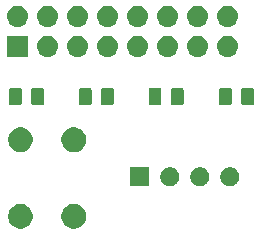
<source format=gbr>
G04 #@! TF.GenerationSoftware,KiCad,Pcbnew,(5.1.2)-1*
G04 #@! TF.CreationDate,2019-04-29T10:05:08+02:00*
G04 #@! TF.ProjectId,RPI FS HAT,52504920-4653-4204-9841-542e6b696361,1*
G04 #@! TF.SameCoordinates,Original*
G04 #@! TF.FileFunction,Soldermask,Top*
G04 #@! TF.FilePolarity,Negative*
%FSLAX46Y46*%
G04 Gerber Fmt 4.6, Leading zero omitted, Abs format (unit mm)*
G04 Created by KiCad (PCBNEW (5.1.2)-1) date 2019-04-29 10:05:08*
%MOMM*%
%LPD*%
G04 APERTURE LIST*
%ADD10C,0.100000*%
G04 APERTURE END LIST*
D10*
G36*
X184257564Y-72186889D02*
G01*
X184448833Y-72266115D01*
X184448835Y-72266116D01*
X184620973Y-72381135D01*
X184767365Y-72527527D01*
X184882385Y-72699667D01*
X184961611Y-72890936D01*
X185002000Y-73093984D01*
X185002000Y-73301016D01*
X184961611Y-73504064D01*
X184882385Y-73695333D01*
X184882384Y-73695335D01*
X184767365Y-73867473D01*
X184620973Y-74013865D01*
X184448835Y-74128884D01*
X184448834Y-74128885D01*
X184448833Y-74128885D01*
X184257564Y-74208111D01*
X184054516Y-74248500D01*
X183847484Y-74248500D01*
X183644436Y-74208111D01*
X183453167Y-74128885D01*
X183453166Y-74128885D01*
X183453165Y-74128884D01*
X183281027Y-74013865D01*
X183134635Y-73867473D01*
X183019616Y-73695335D01*
X183019615Y-73695333D01*
X182940389Y-73504064D01*
X182900000Y-73301016D01*
X182900000Y-73093984D01*
X182940389Y-72890936D01*
X183019615Y-72699667D01*
X183134635Y-72527527D01*
X183281027Y-72381135D01*
X183453165Y-72266116D01*
X183453167Y-72266115D01*
X183644436Y-72186889D01*
X183847484Y-72146500D01*
X184054516Y-72146500D01*
X184257564Y-72186889D01*
X184257564Y-72186889D01*
G37*
G36*
X179757564Y-72186889D02*
G01*
X179948833Y-72266115D01*
X179948835Y-72266116D01*
X180120973Y-72381135D01*
X180267365Y-72527527D01*
X180382385Y-72699667D01*
X180461611Y-72890936D01*
X180502000Y-73093984D01*
X180502000Y-73301016D01*
X180461611Y-73504064D01*
X180382385Y-73695333D01*
X180382384Y-73695335D01*
X180267365Y-73867473D01*
X180120973Y-74013865D01*
X179948835Y-74128884D01*
X179948834Y-74128885D01*
X179948833Y-74128885D01*
X179757564Y-74208111D01*
X179554516Y-74248500D01*
X179347484Y-74248500D01*
X179144436Y-74208111D01*
X178953167Y-74128885D01*
X178953166Y-74128885D01*
X178953165Y-74128884D01*
X178781027Y-74013865D01*
X178634635Y-73867473D01*
X178519616Y-73695335D01*
X178519615Y-73695333D01*
X178440389Y-73504064D01*
X178400000Y-73301016D01*
X178400000Y-73093984D01*
X178440389Y-72890936D01*
X178519615Y-72699667D01*
X178634635Y-72527527D01*
X178781027Y-72381135D01*
X178953165Y-72266116D01*
X178953167Y-72266115D01*
X179144436Y-72186889D01*
X179347484Y-72146500D01*
X179554516Y-72146500D01*
X179757564Y-72186889D01*
X179757564Y-72186889D01*
G37*
G36*
X197401142Y-69079781D02*
G01*
X197546914Y-69140162D01*
X197546916Y-69140163D01*
X197678108Y-69227822D01*
X197789678Y-69339392D01*
X197877337Y-69470584D01*
X197877338Y-69470586D01*
X197937719Y-69616358D01*
X197968500Y-69771107D01*
X197968500Y-69928893D01*
X197937719Y-70083642D01*
X197877338Y-70229414D01*
X197877337Y-70229416D01*
X197789678Y-70360608D01*
X197678108Y-70472178D01*
X197546916Y-70559837D01*
X197546915Y-70559838D01*
X197546914Y-70559838D01*
X197401142Y-70620219D01*
X197246393Y-70651000D01*
X197088607Y-70651000D01*
X196933858Y-70620219D01*
X196788086Y-70559838D01*
X196788085Y-70559838D01*
X196788084Y-70559837D01*
X196656892Y-70472178D01*
X196545322Y-70360608D01*
X196457663Y-70229416D01*
X196457662Y-70229414D01*
X196397281Y-70083642D01*
X196366500Y-69928893D01*
X196366500Y-69771107D01*
X196397281Y-69616358D01*
X196457662Y-69470586D01*
X196457663Y-69470584D01*
X196545322Y-69339392D01*
X196656892Y-69227822D01*
X196788084Y-69140163D01*
X196788086Y-69140162D01*
X196933858Y-69079781D01*
X197088607Y-69049000D01*
X197246393Y-69049000D01*
X197401142Y-69079781D01*
X197401142Y-69079781D01*
G37*
G36*
X194861142Y-69079781D02*
G01*
X195006914Y-69140162D01*
X195006916Y-69140163D01*
X195138108Y-69227822D01*
X195249678Y-69339392D01*
X195337337Y-69470584D01*
X195337338Y-69470586D01*
X195397719Y-69616358D01*
X195428500Y-69771107D01*
X195428500Y-69928893D01*
X195397719Y-70083642D01*
X195337338Y-70229414D01*
X195337337Y-70229416D01*
X195249678Y-70360608D01*
X195138108Y-70472178D01*
X195006916Y-70559837D01*
X195006915Y-70559838D01*
X195006914Y-70559838D01*
X194861142Y-70620219D01*
X194706393Y-70651000D01*
X194548607Y-70651000D01*
X194393858Y-70620219D01*
X194248086Y-70559838D01*
X194248085Y-70559838D01*
X194248084Y-70559837D01*
X194116892Y-70472178D01*
X194005322Y-70360608D01*
X193917663Y-70229416D01*
X193917662Y-70229414D01*
X193857281Y-70083642D01*
X193826500Y-69928893D01*
X193826500Y-69771107D01*
X193857281Y-69616358D01*
X193917662Y-69470586D01*
X193917663Y-69470584D01*
X194005322Y-69339392D01*
X194116892Y-69227822D01*
X194248084Y-69140163D01*
X194248086Y-69140162D01*
X194393858Y-69079781D01*
X194548607Y-69049000D01*
X194706393Y-69049000D01*
X194861142Y-69079781D01*
X194861142Y-69079781D01*
G37*
G36*
X192321142Y-69079781D02*
G01*
X192466914Y-69140162D01*
X192466916Y-69140163D01*
X192598108Y-69227822D01*
X192709678Y-69339392D01*
X192797337Y-69470584D01*
X192797338Y-69470586D01*
X192857719Y-69616358D01*
X192888500Y-69771107D01*
X192888500Y-69928893D01*
X192857719Y-70083642D01*
X192797338Y-70229414D01*
X192797337Y-70229416D01*
X192709678Y-70360608D01*
X192598108Y-70472178D01*
X192466916Y-70559837D01*
X192466915Y-70559838D01*
X192466914Y-70559838D01*
X192321142Y-70620219D01*
X192166393Y-70651000D01*
X192008607Y-70651000D01*
X191853858Y-70620219D01*
X191708086Y-70559838D01*
X191708085Y-70559838D01*
X191708084Y-70559837D01*
X191576892Y-70472178D01*
X191465322Y-70360608D01*
X191377663Y-70229416D01*
X191377662Y-70229414D01*
X191317281Y-70083642D01*
X191286500Y-69928893D01*
X191286500Y-69771107D01*
X191317281Y-69616358D01*
X191377662Y-69470586D01*
X191377663Y-69470584D01*
X191465322Y-69339392D01*
X191576892Y-69227822D01*
X191708084Y-69140163D01*
X191708086Y-69140162D01*
X191853858Y-69079781D01*
X192008607Y-69049000D01*
X192166393Y-69049000D01*
X192321142Y-69079781D01*
X192321142Y-69079781D01*
G37*
G36*
X190348500Y-70651000D02*
G01*
X188746500Y-70651000D01*
X188746500Y-69049000D01*
X190348500Y-69049000D01*
X190348500Y-70651000D01*
X190348500Y-70651000D01*
G37*
G36*
X179757564Y-65686889D02*
G01*
X179948833Y-65766115D01*
X179948835Y-65766116D01*
X180120973Y-65881135D01*
X180267365Y-66027527D01*
X180382385Y-66199667D01*
X180461611Y-66390936D01*
X180502000Y-66593984D01*
X180502000Y-66801016D01*
X180461611Y-67004064D01*
X180382385Y-67195333D01*
X180382384Y-67195335D01*
X180267365Y-67367473D01*
X180120973Y-67513865D01*
X179948835Y-67628884D01*
X179948834Y-67628885D01*
X179948833Y-67628885D01*
X179757564Y-67708111D01*
X179554516Y-67748500D01*
X179347484Y-67748500D01*
X179144436Y-67708111D01*
X178953167Y-67628885D01*
X178953166Y-67628885D01*
X178953165Y-67628884D01*
X178781027Y-67513865D01*
X178634635Y-67367473D01*
X178519616Y-67195335D01*
X178519615Y-67195333D01*
X178440389Y-67004064D01*
X178400000Y-66801016D01*
X178400000Y-66593984D01*
X178440389Y-66390936D01*
X178519615Y-66199667D01*
X178634635Y-66027527D01*
X178781027Y-65881135D01*
X178953165Y-65766116D01*
X178953167Y-65766115D01*
X179144436Y-65686889D01*
X179347484Y-65646500D01*
X179554516Y-65646500D01*
X179757564Y-65686889D01*
X179757564Y-65686889D01*
G37*
G36*
X184257564Y-65686889D02*
G01*
X184448833Y-65766115D01*
X184448835Y-65766116D01*
X184620973Y-65881135D01*
X184767365Y-66027527D01*
X184882385Y-66199667D01*
X184961611Y-66390936D01*
X185002000Y-66593984D01*
X185002000Y-66801016D01*
X184961611Y-67004064D01*
X184882385Y-67195333D01*
X184882384Y-67195335D01*
X184767365Y-67367473D01*
X184620973Y-67513865D01*
X184448835Y-67628884D01*
X184448834Y-67628885D01*
X184448833Y-67628885D01*
X184257564Y-67708111D01*
X184054516Y-67748500D01*
X183847484Y-67748500D01*
X183644436Y-67708111D01*
X183453167Y-67628885D01*
X183453166Y-67628885D01*
X183453165Y-67628884D01*
X183281027Y-67513865D01*
X183134635Y-67367473D01*
X183019616Y-67195335D01*
X183019615Y-67195333D01*
X182940389Y-67004064D01*
X182900000Y-66801016D01*
X182900000Y-66593984D01*
X182940389Y-66390936D01*
X183019615Y-66199667D01*
X183134635Y-66027527D01*
X183281027Y-65881135D01*
X183453165Y-65766116D01*
X183453167Y-65766115D01*
X183644436Y-65686889D01*
X183847484Y-65646500D01*
X184054516Y-65646500D01*
X184257564Y-65686889D01*
X184257564Y-65686889D01*
G37*
G36*
X193095134Y-62309065D02*
G01*
X193133804Y-62320796D01*
X193169443Y-62339846D01*
X193200683Y-62365483D01*
X193226320Y-62396723D01*
X193245370Y-62432362D01*
X193257101Y-62471032D01*
X193261666Y-62517388D01*
X193261666Y-63593612D01*
X193257101Y-63639968D01*
X193245370Y-63678638D01*
X193226320Y-63714277D01*
X193200683Y-63745517D01*
X193169443Y-63771154D01*
X193133804Y-63790204D01*
X193095134Y-63801935D01*
X193048778Y-63806500D01*
X192397554Y-63806500D01*
X192351198Y-63801935D01*
X192312528Y-63790204D01*
X192276889Y-63771154D01*
X192245649Y-63745517D01*
X192220012Y-63714277D01*
X192200962Y-63678638D01*
X192189231Y-63639968D01*
X192184666Y-63593612D01*
X192184666Y-62517388D01*
X192189231Y-62471032D01*
X192200962Y-62432362D01*
X192220012Y-62396723D01*
X192245649Y-62365483D01*
X192276889Y-62339846D01*
X192312528Y-62320796D01*
X192351198Y-62309065D01*
X192397554Y-62304500D01*
X193048778Y-62304500D01*
X193095134Y-62309065D01*
X193095134Y-62309065D01*
G37*
G36*
X199048468Y-62309065D02*
G01*
X199087138Y-62320796D01*
X199122777Y-62339846D01*
X199154017Y-62365483D01*
X199179654Y-62396723D01*
X199198704Y-62432362D01*
X199210435Y-62471032D01*
X199215000Y-62517388D01*
X199215000Y-63593612D01*
X199210435Y-63639968D01*
X199198704Y-63678638D01*
X199179654Y-63714277D01*
X199154017Y-63745517D01*
X199122777Y-63771154D01*
X199087138Y-63790204D01*
X199048468Y-63801935D01*
X199002112Y-63806500D01*
X198350888Y-63806500D01*
X198304532Y-63801935D01*
X198265862Y-63790204D01*
X198230223Y-63771154D01*
X198198983Y-63745517D01*
X198173346Y-63714277D01*
X198154296Y-63678638D01*
X198142565Y-63639968D01*
X198138000Y-63593612D01*
X198138000Y-62517388D01*
X198142565Y-62471032D01*
X198154296Y-62432362D01*
X198173346Y-62396723D01*
X198198983Y-62365483D01*
X198230223Y-62339846D01*
X198265862Y-62320796D01*
X198304532Y-62309065D01*
X198350888Y-62304500D01*
X199002112Y-62304500D01*
X199048468Y-62309065D01*
X199048468Y-62309065D01*
G37*
G36*
X179393468Y-62309065D02*
G01*
X179432138Y-62320796D01*
X179467777Y-62339846D01*
X179499017Y-62365483D01*
X179524654Y-62396723D01*
X179543704Y-62432362D01*
X179555435Y-62471032D01*
X179560000Y-62517388D01*
X179560000Y-63593612D01*
X179555435Y-63639968D01*
X179543704Y-63678638D01*
X179524654Y-63714277D01*
X179499017Y-63745517D01*
X179467777Y-63771154D01*
X179432138Y-63790204D01*
X179393468Y-63801935D01*
X179347112Y-63806500D01*
X178695888Y-63806500D01*
X178649532Y-63801935D01*
X178610862Y-63790204D01*
X178575223Y-63771154D01*
X178543983Y-63745517D01*
X178518346Y-63714277D01*
X178499296Y-63678638D01*
X178487565Y-63639968D01*
X178483000Y-63593612D01*
X178483000Y-62517388D01*
X178487565Y-62471032D01*
X178499296Y-62432362D01*
X178518346Y-62396723D01*
X178543983Y-62365483D01*
X178575223Y-62339846D01*
X178610862Y-62320796D01*
X178649532Y-62309065D01*
X178695888Y-62304500D01*
X179347112Y-62304500D01*
X179393468Y-62309065D01*
X179393468Y-62309065D01*
G37*
G36*
X181268468Y-62309065D02*
G01*
X181307138Y-62320796D01*
X181342777Y-62339846D01*
X181374017Y-62365483D01*
X181399654Y-62396723D01*
X181418704Y-62432362D01*
X181430435Y-62471032D01*
X181435000Y-62517388D01*
X181435000Y-63593612D01*
X181430435Y-63639968D01*
X181418704Y-63678638D01*
X181399654Y-63714277D01*
X181374017Y-63745517D01*
X181342777Y-63771154D01*
X181307138Y-63790204D01*
X181268468Y-63801935D01*
X181222112Y-63806500D01*
X180570888Y-63806500D01*
X180524532Y-63801935D01*
X180485862Y-63790204D01*
X180450223Y-63771154D01*
X180418983Y-63745517D01*
X180393346Y-63714277D01*
X180374296Y-63678638D01*
X180362565Y-63639968D01*
X180358000Y-63593612D01*
X180358000Y-62517388D01*
X180362565Y-62471032D01*
X180374296Y-62432362D01*
X180393346Y-62396723D01*
X180418983Y-62365483D01*
X180450223Y-62339846D01*
X180485862Y-62320796D01*
X180524532Y-62309065D01*
X180570888Y-62304500D01*
X181222112Y-62304500D01*
X181268468Y-62309065D01*
X181268468Y-62309065D01*
G37*
G36*
X185306801Y-62309065D02*
G01*
X185345471Y-62320796D01*
X185381110Y-62339846D01*
X185412350Y-62365483D01*
X185437987Y-62396723D01*
X185457037Y-62432362D01*
X185468768Y-62471032D01*
X185473333Y-62517388D01*
X185473333Y-63593612D01*
X185468768Y-63639968D01*
X185457037Y-63678638D01*
X185437987Y-63714277D01*
X185412350Y-63745517D01*
X185381110Y-63771154D01*
X185345471Y-63790204D01*
X185306801Y-63801935D01*
X185260445Y-63806500D01*
X184609221Y-63806500D01*
X184562865Y-63801935D01*
X184524195Y-63790204D01*
X184488556Y-63771154D01*
X184457316Y-63745517D01*
X184431679Y-63714277D01*
X184412629Y-63678638D01*
X184400898Y-63639968D01*
X184396333Y-63593612D01*
X184396333Y-62517388D01*
X184400898Y-62471032D01*
X184412629Y-62432362D01*
X184431679Y-62396723D01*
X184457316Y-62365483D01*
X184488556Y-62339846D01*
X184524195Y-62320796D01*
X184562865Y-62309065D01*
X184609221Y-62304500D01*
X185260445Y-62304500D01*
X185306801Y-62309065D01*
X185306801Y-62309065D01*
G37*
G36*
X187181801Y-62309065D02*
G01*
X187220471Y-62320796D01*
X187256110Y-62339846D01*
X187287350Y-62365483D01*
X187312987Y-62396723D01*
X187332037Y-62432362D01*
X187343768Y-62471032D01*
X187348333Y-62517388D01*
X187348333Y-63593612D01*
X187343768Y-63639968D01*
X187332037Y-63678638D01*
X187312987Y-63714277D01*
X187287350Y-63745517D01*
X187256110Y-63771154D01*
X187220471Y-63790204D01*
X187181801Y-63801935D01*
X187135445Y-63806500D01*
X186484221Y-63806500D01*
X186437865Y-63801935D01*
X186399195Y-63790204D01*
X186363556Y-63771154D01*
X186332316Y-63745517D01*
X186306679Y-63714277D01*
X186287629Y-63678638D01*
X186275898Y-63639968D01*
X186271333Y-63593612D01*
X186271333Y-62517388D01*
X186275898Y-62471032D01*
X186287629Y-62432362D01*
X186306679Y-62396723D01*
X186332316Y-62365483D01*
X186363556Y-62339846D01*
X186399195Y-62320796D01*
X186437865Y-62309065D01*
X186484221Y-62304500D01*
X187135445Y-62304500D01*
X187181801Y-62309065D01*
X187181801Y-62309065D01*
G37*
G36*
X191220134Y-62309065D02*
G01*
X191258804Y-62320796D01*
X191294443Y-62339846D01*
X191325683Y-62365483D01*
X191351320Y-62396723D01*
X191370370Y-62432362D01*
X191382101Y-62471032D01*
X191386666Y-62517388D01*
X191386666Y-63593612D01*
X191382101Y-63639968D01*
X191370370Y-63678638D01*
X191351320Y-63714277D01*
X191325683Y-63745517D01*
X191294443Y-63771154D01*
X191258804Y-63790204D01*
X191220134Y-63801935D01*
X191173778Y-63806500D01*
X190522554Y-63806500D01*
X190476198Y-63801935D01*
X190437528Y-63790204D01*
X190401889Y-63771154D01*
X190370649Y-63745517D01*
X190345012Y-63714277D01*
X190325962Y-63678638D01*
X190314231Y-63639968D01*
X190309666Y-63593612D01*
X190309666Y-62517388D01*
X190314231Y-62471032D01*
X190325962Y-62432362D01*
X190345012Y-62396723D01*
X190370649Y-62365483D01*
X190401889Y-62339846D01*
X190437528Y-62320796D01*
X190476198Y-62309065D01*
X190522554Y-62304500D01*
X191173778Y-62304500D01*
X191220134Y-62309065D01*
X191220134Y-62309065D01*
G37*
G36*
X197173468Y-62309065D02*
G01*
X197212138Y-62320796D01*
X197247777Y-62339846D01*
X197279017Y-62365483D01*
X197304654Y-62396723D01*
X197323704Y-62432362D01*
X197335435Y-62471032D01*
X197340000Y-62517388D01*
X197340000Y-63593612D01*
X197335435Y-63639968D01*
X197323704Y-63678638D01*
X197304654Y-63714277D01*
X197279017Y-63745517D01*
X197247777Y-63771154D01*
X197212138Y-63790204D01*
X197173468Y-63801935D01*
X197127112Y-63806500D01*
X196475888Y-63806500D01*
X196429532Y-63801935D01*
X196390862Y-63790204D01*
X196355223Y-63771154D01*
X196323983Y-63745517D01*
X196298346Y-63714277D01*
X196279296Y-63678638D01*
X196267565Y-63639968D01*
X196263000Y-63593612D01*
X196263000Y-62517388D01*
X196267565Y-62471032D01*
X196279296Y-62432362D01*
X196298346Y-62396723D01*
X196323983Y-62365483D01*
X196355223Y-62339846D01*
X196390862Y-62320796D01*
X196429532Y-62309065D01*
X196475888Y-62304500D01*
X197127112Y-62304500D01*
X197173468Y-62309065D01*
X197173468Y-62309065D01*
G37*
G36*
X194547443Y-57906519D02*
G01*
X194613627Y-57913037D01*
X194783466Y-57964557D01*
X194939991Y-58048222D01*
X194975729Y-58077552D01*
X195077186Y-58160814D01*
X195160448Y-58262271D01*
X195189778Y-58298009D01*
X195273443Y-58454534D01*
X195324963Y-58624373D01*
X195342359Y-58801000D01*
X195324963Y-58977627D01*
X195273443Y-59147466D01*
X195189778Y-59303991D01*
X195160448Y-59339729D01*
X195077186Y-59441186D01*
X194975729Y-59524448D01*
X194939991Y-59553778D01*
X194783466Y-59637443D01*
X194613627Y-59688963D01*
X194547443Y-59695481D01*
X194481260Y-59702000D01*
X194392740Y-59702000D01*
X194326557Y-59695481D01*
X194260373Y-59688963D01*
X194090534Y-59637443D01*
X193934009Y-59553778D01*
X193898271Y-59524448D01*
X193796814Y-59441186D01*
X193713552Y-59339729D01*
X193684222Y-59303991D01*
X193600557Y-59147466D01*
X193549037Y-58977627D01*
X193531641Y-58801000D01*
X193549037Y-58624373D01*
X193600557Y-58454534D01*
X193684222Y-58298009D01*
X193713552Y-58262271D01*
X193796814Y-58160814D01*
X193898271Y-58077552D01*
X193934009Y-58048222D01*
X194090534Y-57964557D01*
X194260373Y-57913037D01*
X194326557Y-57906519D01*
X194392740Y-57900000D01*
X194481260Y-57900000D01*
X194547443Y-57906519D01*
X194547443Y-57906519D01*
G37*
G36*
X180098000Y-59702000D02*
G01*
X178296000Y-59702000D01*
X178296000Y-57900000D01*
X180098000Y-57900000D01*
X180098000Y-59702000D01*
X180098000Y-59702000D01*
G37*
G36*
X189467443Y-57906519D02*
G01*
X189533627Y-57913037D01*
X189703466Y-57964557D01*
X189859991Y-58048222D01*
X189895729Y-58077552D01*
X189997186Y-58160814D01*
X190080448Y-58262271D01*
X190109778Y-58298009D01*
X190193443Y-58454534D01*
X190244963Y-58624373D01*
X190262359Y-58801000D01*
X190244963Y-58977627D01*
X190193443Y-59147466D01*
X190109778Y-59303991D01*
X190080448Y-59339729D01*
X189997186Y-59441186D01*
X189895729Y-59524448D01*
X189859991Y-59553778D01*
X189703466Y-59637443D01*
X189533627Y-59688963D01*
X189467443Y-59695481D01*
X189401260Y-59702000D01*
X189312740Y-59702000D01*
X189246557Y-59695481D01*
X189180373Y-59688963D01*
X189010534Y-59637443D01*
X188854009Y-59553778D01*
X188818271Y-59524448D01*
X188716814Y-59441186D01*
X188633552Y-59339729D01*
X188604222Y-59303991D01*
X188520557Y-59147466D01*
X188469037Y-58977627D01*
X188451641Y-58801000D01*
X188469037Y-58624373D01*
X188520557Y-58454534D01*
X188604222Y-58298009D01*
X188633552Y-58262271D01*
X188716814Y-58160814D01*
X188818271Y-58077552D01*
X188854009Y-58048222D01*
X189010534Y-57964557D01*
X189180373Y-57913037D01*
X189246557Y-57906519D01*
X189312740Y-57900000D01*
X189401260Y-57900000D01*
X189467443Y-57906519D01*
X189467443Y-57906519D01*
G37*
G36*
X186927443Y-57906519D02*
G01*
X186993627Y-57913037D01*
X187163466Y-57964557D01*
X187319991Y-58048222D01*
X187355729Y-58077552D01*
X187457186Y-58160814D01*
X187540448Y-58262271D01*
X187569778Y-58298009D01*
X187653443Y-58454534D01*
X187704963Y-58624373D01*
X187722359Y-58801000D01*
X187704963Y-58977627D01*
X187653443Y-59147466D01*
X187569778Y-59303991D01*
X187540448Y-59339729D01*
X187457186Y-59441186D01*
X187355729Y-59524448D01*
X187319991Y-59553778D01*
X187163466Y-59637443D01*
X186993627Y-59688963D01*
X186927443Y-59695481D01*
X186861260Y-59702000D01*
X186772740Y-59702000D01*
X186706557Y-59695481D01*
X186640373Y-59688963D01*
X186470534Y-59637443D01*
X186314009Y-59553778D01*
X186278271Y-59524448D01*
X186176814Y-59441186D01*
X186093552Y-59339729D01*
X186064222Y-59303991D01*
X185980557Y-59147466D01*
X185929037Y-58977627D01*
X185911641Y-58801000D01*
X185929037Y-58624373D01*
X185980557Y-58454534D01*
X186064222Y-58298009D01*
X186093552Y-58262271D01*
X186176814Y-58160814D01*
X186278271Y-58077552D01*
X186314009Y-58048222D01*
X186470534Y-57964557D01*
X186640373Y-57913037D01*
X186706557Y-57906519D01*
X186772740Y-57900000D01*
X186861260Y-57900000D01*
X186927443Y-57906519D01*
X186927443Y-57906519D01*
G37*
G36*
X184387443Y-57906519D02*
G01*
X184453627Y-57913037D01*
X184623466Y-57964557D01*
X184779991Y-58048222D01*
X184815729Y-58077552D01*
X184917186Y-58160814D01*
X185000448Y-58262271D01*
X185029778Y-58298009D01*
X185113443Y-58454534D01*
X185164963Y-58624373D01*
X185182359Y-58801000D01*
X185164963Y-58977627D01*
X185113443Y-59147466D01*
X185029778Y-59303991D01*
X185000448Y-59339729D01*
X184917186Y-59441186D01*
X184815729Y-59524448D01*
X184779991Y-59553778D01*
X184623466Y-59637443D01*
X184453627Y-59688963D01*
X184387443Y-59695481D01*
X184321260Y-59702000D01*
X184232740Y-59702000D01*
X184166557Y-59695481D01*
X184100373Y-59688963D01*
X183930534Y-59637443D01*
X183774009Y-59553778D01*
X183738271Y-59524448D01*
X183636814Y-59441186D01*
X183553552Y-59339729D01*
X183524222Y-59303991D01*
X183440557Y-59147466D01*
X183389037Y-58977627D01*
X183371641Y-58801000D01*
X183389037Y-58624373D01*
X183440557Y-58454534D01*
X183524222Y-58298009D01*
X183553552Y-58262271D01*
X183636814Y-58160814D01*
X183738271Y-58077552D01*
X183774009Y-58048222D01*
X183930534Y-57964557D01*
X184100373Y-57913037D01*
X184166557Y-57906519D01*
X184232740Y-57900000D01*
X184321260Y-57900000D01*
X184387443Y-57906519D01*
X184387443Y-57906519D01*
G37*
G36*
X181847443Y-57906519D02*
G01*
X181913627Y-57913037D01*
X182083466Y-57964557D01*
X182239991Y-58048222D01*
X182275729Y-58077552D01*
X182377186Y-58160814D01*
X182460448Y-58262271D01*
X182489778Y-58298009D01*
X182573443Y-58454534D01*
X182624963Y-58624373D01*
X182642359Y-58801000D01*
X182624963Y-58977627D01*
X182573443Y-59147466D01*
X182489778Y-59303991D01*
X182460448Y-59339729D01*
X182377186Y-59441186D01*
X182275729Y-59524448D01*
X182239991Y-59553778D01*
X182083466Y-59637443D01*
X181913627Y-59688963D01*
X181847443Y-59695481D01*
X181781260Y-59702000D01*
X181692740Y-59702000D01*
X181626557Y-59695481D01*
X181560373Y-59688963D01*
X181390534Y-59637443D01*
X181234009Y-59553778D01*
X181198271Y-59524448D01*
X181096814Y-59441186D01*
X181013552Y-59339729D01*
X180984222Y-59303991D01*
X180900557Y-59147466D01*
X180849037Y-58977627D01*
X180831641Y-58801000D01*
X180849037Y-58624373D01*
X180900557Y-58454534D01*
X180984222Y-58298009D01*
X181013552Y-58262271D01*
X181096814Y-58160814D01*
X181198271Y-58077552D01*
X181234009Y-58048222D01*
X181390534Y-57964557D01*
X181560373Y-57913037D01*
X181626557Y-57906519D01*
X181692740Y-57900000D01*
X181781260Y-57900000D01*
X181847443Y-57906519D01*
X181847443Y-57906519D01*
G37*
G36*
X197087443Y-57906519D02*
G01*
X197153627Y-57913037D01*
X197323466Y-57964557D01*
X197479991Y-58048222D01*
X197515729Y-58077552D01*
X197617186Y-58160814D01*
X197700448Y-58262271D01*
X197729778Y-58298009D01*
X197813443Y-58454534D01*
X197864963Y-58624373D01*
X197882359Y-58801000D01*
X197864963Y-58977627D01*
X197813443Y-59147466D01*
X197729778Y-59303991D01*
X197700448Y-59339729D01*
X197617186Y-59441186D01*
X197515729Y-59524448D01*
X197479991Y-59553778D01*
X197323466Y-59637443D01*
X197153627Y-59688963D01*
X197087443Y-59695481D01*
X197021260Y-59702000D01*
X196932740Y-59702000D01*
X196866557Y-59695481D01*
X196800373Y-59688963D01*
X196630534Y-59637443D01*
X196474009Y-59553778D01*
X196438271Y-59524448D01*
X196336814Y-59441186D01*
X196253552Y-59339729D01*
X196224222Y-59303991D01*
X196140557Y-59147466D01*
X196089037Y-58977627D01*
X196071641Y-58801000D01*
X196089037Y-58624373D01*
X196140557Y-58454534D01*
X196224222Y-58298009D01*
X196253552Y-58262271D01*
X196336814Y-58160814D01*
X196438271Y-58077552D01*
X196474009Y-58048222D01*
X196630534Y-57964557D01*
X196800373Y-57913037D01*
X196866557Y-57906519D01*
X196932740Y-57900000D01*
X197021260Y-57900000D01*
X197087443Y-57906519D01*
X197087443Y-57906519D01*
G37*
G36*
X192007443Y-57906519D02*
G01*
X192073627Y-57913037D01*
X192243466Y-57964557D01*
X192399991Y-58048222D01*
X192435729Y-58077552D01*
X192537186Y-58160814D01*
X192620448Y-58262271D01*
X192649778Y-58298009D01*
X192733443Y-58454534D01*
X192784963Y-58624373D01*
X192802359Y-58801000D01*
X192784963Y-58977627D01*
X192733443Y-59147466D01*
X192649778Y-59303991D01*
X192620448Y-59339729D01*
X192537186Y-59441186D01*
X192435729Y-59524448D01*
X192399991Y-59553778D01*
X192243466Y-59637443D01*
X192073627Y-59688963D01*
X192007443Y-59695481D01*
X191941260Y-59702000D01*
X191852740Y-59702000D01*
X191786557Y-59695481D01*
X191720373Y-59688963D01*
X191550534Y-59637443D01*
X191394009Y-59553778D01*
X191358271Y-59524448D01*
X191256814Y-59441186D01*
X191173552Y-59339729D01*
X191144222Y-59303991D01*
X191060557Y-59147466D01*
X191009037Y-58977627D01*
X190991641Y-58801000D01*
X191009037Y-58624373D01*
X191060557Y-58454534D01*
X191144222Y-58298009D01*
X191173552Y-58262271D01*
X191256814Y-58160814D01*
X191358271Y-58077552D01*
X191394009Y-58048222D01*
X191550534Y-57964557D01*
X191720373Y-57913037D01*
X191786557Y-57906519D01*
X191852740Y-57900000D01*
X191941260Y-57900000D01*
X192007443Y-57906519D01*
X192007443Y-57906519D01*
G37*
G36*
X192007442Y-55366518D02*
G01*
X192073627Y-55373037D01*
X192243466Y-55424557D01*
X192399991Y-55508222D01*
X192435729Y-55537552D01*
X192537186Y-55620814D01*
X192620448Y-55722271D01*
X192649778Y-55758009D01*
X192733443Y-55914534D01*
X192784963Y-56084373D01*
X192802359Y-56261000D01*
X192784963Y-56437627D01*
X192733443Y-56607466D01*
X192649778Y-56763991D01*
X192620448Y-56799729D01*
X192537186Y-56901186D01*
X192435729Y-56984448D01*
X192399991Y-57013778D01*
X192243466Y-57097443D01*
X192073627Y-57148963D01*
X192007443Y-57155481D01*
X191941260Y-57162000D01*
X191852740Y-57162000D01*
X191786557Y-57155481D01*
X191720373Y-57148963D01*
X191550534Y-57097443D01*
X191394009Y-57013778D01*
X191358271Y-56984448D01*
X191256814Y-56901186D01*
X191173552Y-56799729D01*
X191144222Y-56763991D01*
X191060557Y-56607466D01*
X191009037Y-56437627D01*
X190991641Y-56261000D01*
X191009037Y-56084373D01*
X191060557Y-55914534D01*
X191144222Y-55758009D01*
X191173552Y-55722271D01*
X191256814Y-55620814D01*
X191358271Y-55537552D01*
X191394009Y-55508222D01*
X191550534Y-55424557D01*
X191720373Y-55373037D01*
X191786558Y-55366518D01*
X191852740Y-55360000D01*
X191941260Y-55360000D01*
X192007442Y-55366518D01*
X192007442Y-55366518D01*
G37*
G36*
X189467442Y-55366518D02*
G01*
X189533627Y-55373037D01*
X189703466Y-55424557D01*
X189859991Y-55508222D01*
X189895729Y-55537552D01*
X189997186Y-55620814D01*
X190080448Y-55722271D01*
X190109778Y-55758009D01*
X190193443Y-55914534D01*
X190244963Y-56084373D01*
X190262359Y-56261000D01*
X190244963Y-56437627D01*
X190193443Y-56607466D01*
X190109778Y-56763991D01*
X190080448Y-56799729D01*
X189997186Y-56901186D01*
X189895729Y-56984448D01*
X189859991Y-57013778D01*
X189703466Y-57097443D01*
X189533627Y-57148963D01*
X189467443Y-57155481D01*
X189401260Y-57162000D01*
X189312740Y-57162000D01*
X189246557Y-57155481D01*
X189180373Y-57148963D01*
X189010534Y-57097443D01*
X188854009Y-57013778D01*
X188818271Y-56984448D01*
X188716814Y-56901186D01*
X188633552Y-56799729D01*
X188604222Y-56763991D01*
X188520557Y-56607466D01*
X188469037Y-56437627D01*
X188451641Y-56261000D01*
X188469037Y-56084373D01*
X188520557Y-55914534D01*
X188604222Y-55758009D01*
X188633552Y-55722271D01*
X188716814Y-55620814D01*
X188818271Y-55537552D01*
X188854009Y-55508222D01*
X189010534Y-55424557D01*
X189180373Y-55373037D01*
X189246558Y-55366518D01*
X189312740Y-55360000D01*
X189401260Y-55360000D01*
X189467442Y-55366518D01*
X189467442Y-55366518D01*
G37*
G36*
X186927442Y-55366518D02*
G01*
X186993627Y-55373037D01*
X187163466Y-55424557D01*
X187319991Y-55508222D01*
X187355729Y-55537552D01*
X187457186Y-55620814D01*
X187540448Y-55722271D01*
X187569778Y-55758009D01*
X187653443Y-55914534D01*
X187704963Y-56084373D01*
X187722359Y-56261000D01*
X187704963Y-56437627D01*
X187653443Y-56607466D01*
X187569778Y-56763991D01*
X187540448Y-56799729D01*
X187457186Y-56901186D01*
X187355729Y-56984448D01*
X187319991Y-57013778D01*
X187163466Y-57097443D01*
X186993627Y-57148963D01*
X186927443Y-57155481D01*
X186861260Y-57162000D01*
X186772740Y-57162000D01*
X186706557Y-57155481D01*
X186640373Y-57148963D01*
X186470534Y-57097443D01*
X186314009Y-57013778D01*
X186278271Y-56984448D01*
X186176814Y-56901186D01*
X186093552Y-56799729D01*
X186064222Y-56763991D01*
X185980557Y-56607466D01*
X185929037Y-56437627D01*
X185911641Y-56261000D01*
X185929037Y-56084373D01*
X185980557Y-55914534D01*
X186064222Y-55758009D01*
X186093552Y-55722271D01*
X186176814Y-55620814D01*
X186278271Y-55537552D01*
X186314009Y-55508222D01*
X186470534Y-55424557D01*
X186640373Y-55373037D01*
X186706558Y-55366518D01*
X186772740Y-55360000D01*
X186861260Y-55360000D01*
X186927442Y-55366518D01*
X186927442Y-55366518D01*
G37*
G36*
X184387442Y-55366518D02*
G01*
X184453627Y-55373037D01*
X184623466Y-55424557D01*
X184779991Y-55508222D01*
X184815729Y-55537552D01*
X184917186Y-55620814D01*
X185000448Y-55722271D01*
X185029778Y-55758009D01*
X185113443Y-55914534D01*
X185164963Y-56084373D01*
X185182359Y-56261000D01*
X185164963Y-56437627D01*
X185113443Y-56607466D01*
X185029778Y-56763991D01*
X185000448Y-56799729D01*
X184917186Y-56901186D01*
X184815729Y-56984448D01*
X184779991Y-57013778D01*
X184623466Y-57097443D01*
X184453627Y-57148963D01*
X184387443Y-57155481D01*
X184321260Y-57162000D01*
X184232740Y-57162000D01*
X184166557Y-57155481D01*
X184100373Y-57148963D01*
X183930534Y-57097443D01*
X183774009Y-57013778D01*
X183738271Y-56984448D01*
X183636814Y-56901186D01*
X183553552Y-56799729D01*
X183524222Y-56763991D01*
X183440557Y-56607466D01*
X183389037Y-56437627D01*
X183371641Y-56261000D01*
X183389037Y-56084373D01*
X183440557Y-55914534D01*
X183524222Y-55758009D01*
X183553552Y-55722271D01*
X183636814Y-55620814D01*
X183738271Y-55537552D01*
X183774009Y-55508222D01*
X183930534Y-55424557D01*
X184100373Y-55373037D01*
X184166558Y-55366518D01*
X184232740Y-55360000D01*
X184321260Y-55360000D01*
X184387442Y-55366518D01*
X184387442Y-55366518D01*
G37*
G36*
X181847442Y-55366518D02*
G01*
X181913627Y-55373037D01*
X182083466Y-55424557D01*
X182239991Y-55508222D01*
X182275729Y-55537552D01*
X182377186Y-55620814D01*
X182460448Y-55722271D01*
X182489778Y-55758009D01*
X182573443Y-55914534D01*
X182624963Y-56084373D01*
X182642359Y-56261000D01*
X182624963Y-56437627D01*
X182573443Y-56607466D01*
X182489778Y-56763991D01*
X182460448Y-56799729D01*
X182377186Y-56901186D01*
X182275729Y-56984448D01*
X182239991Y-57013778D01*
X182083466Y-57097443D01*
X181913627Y-57148963D01*
X181847443Y-57155481D01*
X181781260Y-57162000D01*
X181692740Y-57162000D01*
X181626557Y-57155481D01*
X181560373Y-57148963D01*
X181390534Y-57097443D01*
X181234009Y-57013778D01*
X181198271Y-56984448D01*
X181096814Y-56901186D01*
X181013552Y-56799729D01*
X180984222Y-56763991D01*
X180900557Y-56607466D01*
X180849037Y-56437627D01*
X180831641Y-56261000D01*
X180849037Y-56084373D01*
X180900557Y-55914534D01*
X180984222Y-55758009D01*
X181013552Y-55722271D01*
X181096814Y-55620814D01*
X181198271Y-55537552D01*
X181234009Y-55508222D01*
X181390534Y-55424557D01*
X181560373Y-55373037D01*
X181626558Y-55366518D01*
X181692740Y-55360000D01*
X181781260Y-55360000D01*
X181847442Y-55366518D01*
X181847442Y-55366518D01*
G37*
G36*
X179307442Y-55366518D02*
G01*
X179373627Y-55373037D01*
X179543466Y-55424557D01*
X179699991Y-55508222D01*
X179735729Y-55537552D01*
X179837186Y-55620814D01*
X179920448Y-55722271D01*
X179949778Y-55758009D01*
X180033443Y-55914534D01*
X180084963Y-56084373D01*
X180102359Y-56261000D01*
X180084963Y-56437627D01*
X180033443Y-56607466D01*
X179949778Y-56763991D01*
X179920448Y-56799729D01*
X179837186Y-56901186D01*
X179735729Y-56984448D01*
X179699991Y-57013778D01*
X179543466Y-57097443D01*
X179373627Y-57148963D01*
X179307443Y-57155481D01*
X179241260Y-57162000D01*
X179152740Y-57162000D01*
X179086557Y-57155481D01*
X179020373Y-57148963D01*
X178850534Y-57097443D01*
X178694009Y-57013778D01*
X178658271Y-56984448D01*
X178556814Y-56901186D01*
X178473552Y-56799729D01*
X178444222Y-56763991D01*
X178360557Y-56607466D01*
X178309037Y-56437627D01*
X178291641Y-56261000D01*
X178309037Y-56084373D01*
X178360557Y-55914534D01*
X178444222Y-55758009D01*
X178473552Y-55722271D01*
X178556814Y-55620814D01*
X178658271Y-55537552D01*
X178694009Y-55508222D01*
X178850534Y-55424557D01*
X179020373Y-55373037D01*
X179086558Y-55366518D01*
X179152740Y-55360000D01*
X179241260Y-55360000D01*
X179307442Y-55366518D01*
X179307442Y-55366518D01*
G37*
G36*
X197087442Y-55366518D02*
G01*
X197153627Y-55373037D01*
X197323466Y-55424557D01*
X197479991Y-55508222D01*
X197515729Y-55537552D01*
X197617186Y-55620814D01*
X197700448Y-55722271D01*
X197729778Y-55758009D01*
X197813443Y-55914534D01*
X197864963Y-56084373D01*
X197882359Y-56261000D01*
X197864963Y-56437627D01*
X197813443Y-56607466D01*
X197729778Y-56763991D01*
X197700448Y-56799729D01*
X197617186Y-56901186D01*
X197515729Y-56984448D01*
X197479991Y-57013778D01*
X197323466Y-57097443D01*
X197153627Y-57148963D01*
X197087443Y-57155481D01*
X197021260Y-57162000D01*
X196932740Y-57162000D01*
X196866557Y-57155481D01*
X196800373Y-57148963D01*
X196630534Y-57097443D01*
X196474009Y-57013778D01*
X196438271Y-56984448D01*
X196336814Y-56901186D01*
X196253552Y-56799729D01*
X196224222Y-56763991D01*
X196140557Y-56607466D01*
X196089037Y-56437627D01*
X196071641Y-56261000D01*
X196089037Y-56084373D01*
X196140557Y-55914534D01*
X196224222Y-55758009D01*
X196253552Y-55722271D01*
X196336814Y-55620814D01*
X196438271Y-55537552D01*
X196474009Y-55508222D01*
X196630534Y-55424557D01*
X196800373Y-55373037D01*
X196866558Y-55366518D01*
X196932740Y-55360000D01*
X197021260Y-55360000D01*
X197087442Y-55366518D01*
X197087442Y-55366518D01*
G37*
G36*
X194547442Y-55366518D02*
G01*
X194613627Y-55373037D01*
X194783466Y-55424557D01*
X194939991Y-55508222D01*
X194975729Y-55537552D01*
X195077186Y-55620814D01*
X195160448Y-55722271D01*
X195189778Y-55758009D01*
X195273443Y-55914534D01*
X195324963Y-56084373D01*
X195342359Y-56261000D01*
X195324963Y-56437627D01*
X195273443Y-56607466D01*
X195189778Y-56763991D01*
X195160448Y-56799729D01*
X195077186Y-56901186D01*
X194975729Y-56984448D01*
X194939991Y-57013778D01*
X194783466Y-57097443D01*
X194613627Y-57148963D01*
X194547443Y-57155481D01*
X194481260Y-57162000D01*
X194392740Y-57162000D01*
X194326557Y-57155481D01*
X194260373Y-57148963D01*
X194090534Y-57097443D01*
X193934009Y-57013778D01*
X193898271Y-56984448D01*
X193796814Y-56901186D01*
X193713552Y-56799729D01*
X193684222Y-56763991D01*
X193600557Y-56607466D01*
X193549037Y-56437627D01*
X193531641Y-56261000D01*
X193549037Y-56084373D01*
X193600557Y-55914534D01*
X193684222Y-55758009D01*
X193713552Y-55722271D01*
X193796814Y-55620814D01*
X193898271Y-55537552D01*
X193934009Y-55508222D01*
X194090534Y-55424557D01*
X194260373Y-55373037D01*
X194326558Y-55366518D01*
X194392740Y-55360000D01*
X194481260Y-55360000D01*
X194547442Y-55366518D01*
X194547442Y-55366518D01*
G37*
M02*

</source>
